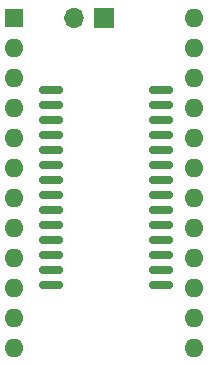
<source format=gbr>
%TF.GenerationSoftware,KiCad,Pcbnew,7.0.8-7.0.8~ubuntu23.04.1*%
%TF.CreationDate,2023-10-18T20:22:37+02:00*%
%TF.ProjectId,eprom_replacer2,6570726f-6d5f-4726-9570-6c6163657232,1.01*%
%TF.SameCoordinates,Original*%
%TF.FileFunction,Soldermask,Bot*%
%TF.FilePolarity,Negative*%
%FSLAX46Y46*%
G04 Gerber Fmt 4.6, Leading zero omitted, Abs format (unit mm)*
G04 Created by KiCad (PCBNEW 7.0.8-7.0.8~ubuntu23.04.1) date 2023-10-18 20:22:37*
%MOMM*%
%LPD*%
G01*
G04 APERTURE LIST*
G04 Aperture macros list*
%AMRoundRect*
0 Rectangle with rounded corners*
0 $1 Rounding radius*
0 $2 $3 $4 $5 $6 $7 $8 $9 X,Y pos of 4 corners*
0 Add a 4 corners polygon primitive as box body*
4,1,4,$2,$3,$4,$5,$6,$7,$8,$9,$2,$3,0*
0 Add four circle primitives for the rounded corners*
1,1,$1+$1,$2,$3*
1,1,$1+$1,$4,$5*
1,1,$1+$1,$6,$7*
1,1,$1+$1,$8,$9*
0 Add four rect primitives between the rounded corners*
20,1,$1+$1,$2,$3,$4,$5,0*
20,1,$1+$1,$4,$5,$6,$7,0*
20,1,$1+$1,$6,$7,$8,$9,0*
20,1,$1+$1,$8,$9,$2,$3,0*%
G04 Aperture macros list end*
%ADD10R,1.700000X1.700000*%
%ADD11O,1.700000X1.700000*%
%ADD12R,1.600000X1.600000*%
%ADD13O,1.600000X1.600000*%
%ADD14RoundRect,0.150000X0.875000X0.150000X-0.875000X0.150000X-0.875000X-0.150000X0.875000X-0.150000X0*%
G04 APERTURE END LIST*
D10*
%TO.C,J3*%
X108432600Y-79781400D03*
D11*
X105892600Y-79781400D03*
%TD*%
D12*
%TO.C,J2*%
X100838000Y-79756000D03*
D13*
X100838000Y-82296000D03*
X100838000Y-84836000D03*
X100838000Y-87376000D03*
X100838000Y-89916000D03*
X100838000Y-92456000D03*
X100838000Y-94996000D03*
X100838000Y-97536000D03*
X100838000Y-100076000D03*
X100838000Y-102616000D03*
X100838000Y-105156000D03*
X100838000Y-107696000D03*
X116078000Y-107696000D03*
X116078000Y-105156000D03*
X116078000Y-102616000D03*
X116078000Y-100076000D03*
X116078000Y-97536000D03*
X116078000Y-94996000D03*
X116078000Y-92456000D03*
X116078000Y-89916000D03*
X116078000Y-87376000D03*
X116078000Y-84836000D03*
X116078000Y-82296000D03*
X116078000Y-79756000D03*
%TD*%
D14*
%TO.C,U2*%
X113209600Y-85877400D03*
X113209600Y-87147400D03*
X113209600Y-88417400D03*
X113209600Y-89687400D03*
X113209600Y-90957400D03*
X113209600Y-92227400D03*
X113209600Y-93497400D03*
X113209600Y-94767400D03*
X113209600Y-96037400D03*
X113209600Y-97307400D03*
X113209600Y-98577400D03*
X113209600Y-99847400D03*
X113209600Y-101117400D03*
X113209600Y-102387400D03*
X103909600Y-102387400D03*
X103909600Y-101117400D03*
X103909600Y-99847400D03*
X103909600Y-98577400D03*
X103909600Y-97307400D03*
X103909600Y-96037400D03*
X103909600Y-94767400D03*
X103909600Y-93497400D03*
X103909600Y-92227400D03*
X103909600Y-90957400D03*
X103909600Y-89687400D03*
X103909600Y-88417400D03*
X103909600Y-87147400D03*
X103909600Y-85877400D03*
%TD*%
M02*

</source>
